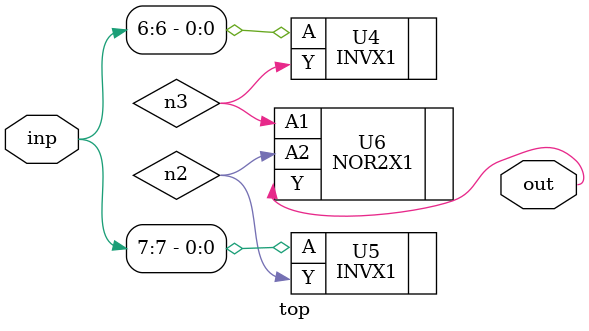
<source format=sv>


module top ( inp, out );
  input [7:0] inp;
  output out;
  wire   n2, n3;

  INVX1 U4 ( .A(inp[6]), .Y(n3) );
  INVX1 U5 ( .A(inp[7]), .Y(n2) );
  NOR2X1 U6 ( .A1(n3), .A2(n2), .Y(out) );
endmodule


</source>
